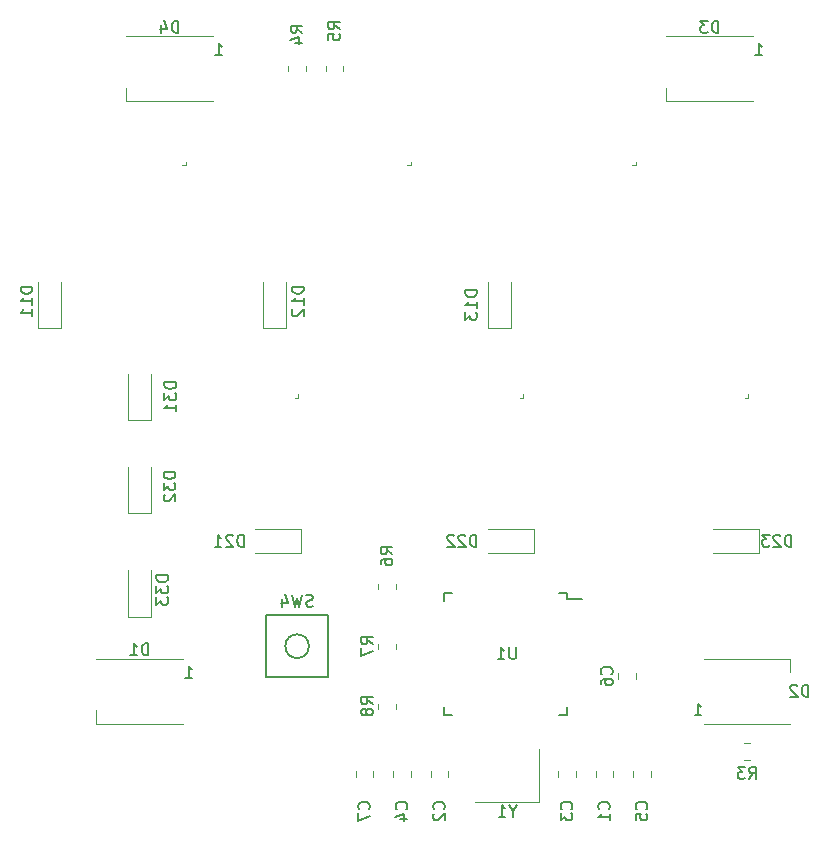
<source format=gbr>
%TF.GenerationSoftware,KiCad,Pcbnew,(6.0.5)*%
%TF.CreationDate,2022-06-05T05:51:03+07:00*%
%TF.ProjectId,atelier-alter,6174656c-6965-4722-9d61-6c7465722e6b,rev?*%
%TF.SameCoordinates,Original*%
%TF.FileFunction,Legend,Bot*%
%TF.FilePolarity,Positive*%
%FSLAX46Y46*%
G04 Gerber Fmt 4.6, Leading zero omitted, Abs format (unit mm)*
G04 Created by KiCad (PCBNEW (6.0.5)) date 2022-06-05 05:51:03*
%MOMM*%
%LPD*%
G01*
G04 APERTURE LIST*
%ADD10C,0.150000*%
%ADD11C,0.120000*%
G04 APERTURE END LIST*
D10*
%TO.C,D1*%
X132818095Y-118872380D02*
X132818095Y-117872380D01*
X132580000Y-117872380D01*
X132437142Y-117920000D01*
X132341904Y-118015238D01*
X132294285Y-118110476D01*
X132246666Y-118300952D01*
X132246666Y-118443809D01*
X132294285Y-118634285D01*
X132341904Y-118729523D01*
X132437142Y-118824761D01*
X132580000Y-118872380D01*
X132818095Y-118872380D01*
X131294285Y-118872380D02*
X131865714Y-118872380D01*
X131580000Y-118872380D02*
X131580000Y-117872380D01*
X131675238Y-118015238D01*
X131770476Y-118110476D01*
X131865714Y-118158095D01*
X135944285Y-120772380D02*
X136515714Y-120772380D01*
X136230000Y-120772380D02*
X136230000Y-119772380D01*
X136325238Y-119915238D01*
X136420476Y-120010476D01*
X136515714Y-120058095D01*
%TO.C,R8*%
X151837380Y-123023333D02*
X151361190Y-122690000D01*
X151837380Y-122451904D02*
X150837380Y-122451904D01*
X150837380Y-122832857D01*
X150885000Y-122928095D01*
X150932619Y-122975714D01*
X151027857Y-123023333D01*
X151170714Y-123023333D01*
X151265952Y-122975714D01*
X151313571Y-122928095D01*
X151361190Y-122832857D01*
X151361190Y-122451904D01*
X151265952Y-123594761D02*
X151218333Y-123499523D01*
X151170714Y-123451904D01*
X151075476Y-123404285D01*
X151027857Y-123404285D01*
X150932619Y-123451904D01*
X150885000Y-123499523D01*
X150837380Y-123594761D01*
X150837380Y-123785238D01*
X150885000Y-123880476D01*
X150932619Y-123928095D01*
X151027857Y-123975714D01*
X151075476Y-123975714D01*
X151170714Y-123928095D01*
X151218333Y-123880476D01*
X151265952Y-123785238D01*
X151265952Y-123594761D01*
X151313571Y-123499523D01*
X151361190Y-123451904D01*
X151456428Y-123404285D01*
X151646904Y-123404285D01*
X151742142Y-123451904D01*
X151789761Y-123499523D01*
X151837380Y-123594761D01*
X151837380Y-123785238D01*
X151789761Y-123880476D01*
X151742142Y-123928095D01*
X151646904Y-123975714D01*
X151456428Y-123975714D01*
X151361190Y-123928095D01*
X151313571Y-123880476D01*
X151265952Y-123785238D01*
%TO.C,R7*%
X151837380Y-117943333D02*
X151361190Y-117610000D01*
X151837380Y-117371904D02*
X150837380Y-117371904D01*
X150837380Y-117752857D01*
X150885000Y-117848095D01*
X150932619Y-117895714D01*
X151027857Y-117943333D01*
X151170714Y-117943333D01*
X151265952Y-117895714D01*
X151313571Y-117848095D01*
X151361190Y-117752857D01*
X151361190Y-117371904D01*
X150837380Y-118276666D02*
X150837380Y-118943333D01*
X151837380Y-118514761D01*
%TO.C,D2*%
X188698095Y-122372380D02*
X188698095Y-121372380D01*
X188460000Y-121372380D01*
X188317142Y-121420000D01*
X188221904Y-121515238D01*
X188174285Y-121610476D01*
X188126666Y-121800952D01*
X188126666Y-121943809D01*
X188174285Y-122134285D01*
X188221904Y-122229523D01*
X188317142Y-122324761D01*
X188460000Y-122372380D01*
X188698095Y-122372380D01*
X187745714Y-121467619D02*
X187698095Y-121420000D01*
X187602857Y-121372380D01*
X187364761Y-121372380D01*
X187269523Y-121420000D01*
X187221904Y-121467619D01*
X187174285Y-121562857D01*
X187174285Y-121658095D01*
X187221904Y-121800952D01*
X187793333Y-122372380D01*
X187174285Y-122372380D01*
X179079285Y-123972380D02*
X179650714Y-123972380D01*
X179365000Y-123972380D02*
X179365000Y-122972380D01*
X179460238Y-123115238D01*
X179555476Y-123210476D01*
X179650714Y-123258095D01*
%TO.C,U1*%
X163956904Y-118197380D02*
X163956904Y-119006904D01*
X163909285Y-119102142D01*
X163861666Y-119149761D01*
X163766428Y-119197380D01*
X163575952Y-119197380D01*
X163480714Y-119149761D01*
X163433095Y-119102142D01*
X163385476Y-119006904D01*
X163385476Y-118197380D01*
X162385476Y-119197380D02*
X162956904Y-119197380D01*
X162671190Y-119197380D02*
X162671190Y-118197380D01*
X162766428Y-118340238D01*
X162861666Y-118435476D01*
X162956904Y-118483095D01*
%TO.C,C7*%
X151487142Y-131913333D02*
X151534761Y-131865714D01*
X151582380Y-131722857D01*
X151582380Y-131627619D01*
X151534761Y-131484761D01*
X151439523Y-131389523D01*
X151344285Y-131341904D01*
X151153809Y-131294285D01*
X151010952Y-131294285D01*
X150820476Y-131341904D01*
X150725238Y-131389523D01*
X150630000Y-131484761D01*
X150582380Y-131627619D01*
X150582380Y-131722857D01*
X150630000Y-131865714D01*
X150677619Y-131913333D01*
X150582380Y-132246666D02*
X150582380Y-132913333D01*
X151582380Y-132484761D01*
%TO.C,R4*%
X145867380Y-66150833D02*
X145391190Y-65817500D01*
X145867380Y-65579404D02*
X144867380Y-65579404D01*
X144867380Y-65960357D01*
X144915000Y-66055595D01*
X144962619Y-66103214D01*
X145057857Y-66150833D01*
X145200714Y-66150833D01*
X145295952Y-66103214D01*
X145343571Y-66055595D01*
X145391190Y-65960357D01*
X145391190Y-65579404D01*
X145200714Y-67007976D02*
X145867380Y-67007976D01*
X144819761Y-66769880D02*
X145534047Y-66531785D01*
X145534047Y-67150833D01*
%TO.C,D33*%
X134498525Y-112110687D02*
X133498525Y-112110687D01*
X133498525Y-112348782D01*
X133546145Y-112491639D01*
X133641383Y-112586877D01*
X133736621Y-112634496D01*
X133927097Y-112682115D01*
X134069954Y-112682115D01*
X134260430Y-112634496D01*
X134355668Y-112586877D01*
X134450906Y-112491639D01*
X134498525Y-112348782D01*
X134498525Y-112110687D01*
X133498525Y-113015449D02*
X133498525Y-113634496D01*
X133879478Y-113301163D01*
X133879478Y-113444020D01*
X133927097Y-113539258D01*
X133974716Y-113586877D01*
X134069954Y-113634496D01*
X134308049Y-113634496D01*
X134403287Y-113586877D01*
X134450906Y-113539258D01*
X134498525Y-113444020D01*
X134498525Y-113158306D01*
X134450906Y-113063068D01*
X134403287Y-113015449D01*
X133498525Y-113967830D02*
X133498525Y-114586877D01*
X133879478Y-114253544D01*
X133879478Y-114396401D01*
X133927097Y-114491639D01*
X133974716Y-114539258D01*
X134069954Y-114586877D01*
X134308049Y-114586877D01*
X134403287Y-114539258D01*
X134450906Y-114491639D01*
X134498525Y-114396401D01*
X134498525Y-114110687D01*
X134450906Y-114015449D01*
X134403287Y-113967830D01*
%TO.C,D4*%
X135358095Y-66167380D02*
X135358095Y-65167380D01*
X135120000Y-65167380D01*
X134977142Y-65215000D01*
X134881904Y-65310238D01*
X134834285Y-65405476D01*
X134786666Y-65595952D01*
X134786666Y-65738809D01*
X134834285Y-65929285D01*
X134881904Y-66024523D01*
X134977142Y-66119761D01*
X135120000Y-66167380D01*
X135358095Y-66167380D01*
X133929523Y-65500714D02*
X133929523Y-66167380D01*
X134167619Y-65119761D02*
X134405714Y-65834047D01*
X133786666Y-65834047D01*
X138484285Y-68067380D02*
X139055714Y-68067380D01*
X138770000Y-68067380D02*
X138770000Y-67067380D01*
X138865238Y-67210238D01*
X138960476Y-67305476D01*
X139055714Y-67353095D01*
%TO.C,D13*%
X160631130Y-87985714D02*
X159631130Y-87985714D01*
X159631130Y-88223809D01*
X159678750Y-88366666D01*
X159773988Y-88461904D01*
X159869226Y-88509523D01*
X160059702Y-88557142D01*
X160202559Y-88557142D01*
X160393035Y-88509523D01*
X160488273Y-88461904D01*
X160583511Y-88366666D01*
X160631130Y-88223809D01*
X160631130Y-87985714D01*
X160631130Y-89509523D02*
X160631130Y-88938095D01*
X160631130Y-89223809D02*
X159631130Y-89223809D01*
X159773988Y-89128571D01*
X159869226Y-89033333D01*
X159916845Y-88938095D01*
X159631130Y-89842857D02*
X159631130Y-90461904D01*
X160012083Y-90128571D01*
X160012083Y-90271428D01*
X160059702Y-90366666D01*
X160107321Y-90414285D01*
X160202559Y-90461904D01*
X160440654Y-90461904D01*
X160535892Y-90414285D01*
X160583511Y-90366666D01*
X160631130Y-90271428D01*
X160631130Y-89985714D01*
X160583511Y-89890476D01*
X160535892Y-89842857D01*
%TO.C,C6*%
X172032142Y-120483333D02*
X172079761Y-120435714D01*
X172127380Y-120292857D01*
X172127380Y-120197619D01*
X172079761Y-120054761D01*
X171984523Y-119959523D01*
X171889285Y-119911904D01*
X171698809Y-119864285D01*
X171555952Y-119864285D01*
X171365476Y-119911904D01*
X171270238Y-119959523D01*
X171175000Y-120054761D01*
X171127380Y-120197619D01*
X171127380Y-120292857D01*
X171175000Y-120435714D01*
X171222619Y-120483333D01*
X171127380Y-121340476D02*
X171127380Y-121150000D01*
X171175000Y-121054761D01*
X171222619Y-121007142D01*
X171365476Y-120911904D01*
X171555952Y-120864285D01*
X171936904Y-120864285D01*
X172032142Y-120911904D01*
X172079761Y-120959523D01*
X172127380Y-121054761D01*
X172127380Y-121245238D01*
X172079761Y-121340476D01*
X172032142Y-121388095D01*
X171936904Y-121435714D01*
X171698809Y-121435714D01*
X171603571Y-121388095D01*
X171555952Y-121340476D01*
X171508333Y-121245238D01*
X171508333Y-121054761D01*
X171555952Y-120959523D01*
X171603571Y-120911904D01*
X171698809Y-120864285D01*
%TO.C,C5*%
X174982142Y-131913333D02*
X175029761Y-131865714D01*
X175077380Y-131722857D01*
X175077380Y-131627619D01*
X175029761Y-131484761D01*
X174934523Y-131389523D01*
X174839285Y-131341904D01*
X174648809Y-131294285D01*
X174505952Y-131294285D01*
X174315476Y-131341904D01*
X174220238Y-131389523D01*
X174125000Y-131484761D01*
X174077380Y-131627619D01*
X174077380Y-131722857D01*
X174125000Y-131865714D01*
X174172619Y-131913333D01*
X174077380Y-132818095D02*
X174077380Y-132341904D01*
X174553571Y-132294285D01*
X174505952Y-132341904D01*
X174458333Y-132437142D01*
X174458333Y-132675238D01*
X174505952Y-132770476D01*
X174553571Y-132818095D01*
X174648809Y-132865714D01*
X174886904Y-132865714D01*
X174982142Y-132818095D01*
X175029761Y-132770476D01*
X175077380Y-132675238D01*
X175077380Y-132437142D01*
X175029761Y-132341904D01*
X174982142Y-132294285D01*
%TO.C,D3*%
X181078095Y-66167380D02*
X181078095Y-65167380D01*
X180840000Y-65167380D01*
X180697142Y-65215000D01*
X180601904Y-65310238D01*
X180554285Y-65405476D01*
X180506666Y-65595952D01*
X180506666Y-65738809D01*
X180554285Y-65929285D01*
X180601904Y-66024523D01*
X180697142Y-66119761D01*
X180840000Y-66167380D01*
X181078095Y-66167380D01*
X180173333Y-65167380D02*
X179554285Y-65167380D01*
X179887619Y-65548333D01*
X179744761Y-65548333D01*
X179649523Y-65595952D01*
X179601904Y-65643571D01*
X179554285Y-65738809D01*
X179554285Y-65976904D01*
X179601904Y-66072142D01*
X179649523Y-66119761D01*
X179744761Y-66167380D01*
X180030476Y-66167380D01*
X180125714Y-66119761D01*
X180173333Y-66072142D01*
X184204285Y-68067380D02*
X184775714Y-68067380D01*
X184490000Y-68067380D02*
X184490000Y-67067380D01*
X184585238Y-67210238D01*
X184680476Y-67305476D01*
X184775714Y-67353095D01*
%TO.C,C4*%
X154662142Y-131913333D02*
X154709761Y-131865714D01*
X154757380Y-131722857D01*
X154757380Y-131627619D01*
X154709761Y-131484761D01*
X154614523Y-131389523D01*
X154519285Y-131341904D01*
X154328809Y-131294285D01*
X154185952Y-131294285D01*
X153995476Y-131341904D01*
X153900238Y-131389523D01*
X153805000Y-131484761D01*
X153757380Y-131627619D01*
X153757380Y-131722857D01*
X153805000Y-131865714D01*
X153852619Y-131913333D01*
X154090714Y-132770476D02*
X154757380Y-132770476D01*
X153709761Y-132532380D02*
X154424047Y-132294285D01*
X154424047Y-132913333D01*
%TO.C,D31*%
X135178839Y-95752529D02*
X134178839Y-95752529D01*
X134178839Y-95990624D01*
X134226459Y-96133481D01*
X134321697Y-96228719D01*
X134416935Y-96276338D01*
X134607411Y-96323957D01*
X134750268Y-96323957D01*
X134940744Y-96276338D01*
X135035982Y-96228719D01*
X135131220Y-96133481D01*
X135178839Y-95990624D01*
X135178839Y-95752529D01*
X134178839Y-96657291D02*
X134178839Y-97276338D01*
X134559792Y-96943005D01*
X134559792Y-97085862D01*
X134607411Y-97181100D01*
X134655030Y-97228719D01*
X134750268Y-97276338D01*
X134988363Y-97276338D01*
X135083601Y-97228719D01*
X135131220Y-97181100D01*
X135178839Y-97085862D01*
X135178839Y-96800148D01*
X135131220Y-96704910D01*
X135083601Y-96657291D01*
X135178839Y-98228719D02*
X135178839Y-97657291D01*
X135178839Y-97943005D02*
X134178839Y-97943005D01*
X134321697Y-97847767D01*
X134416935Y-97752529D01*
X134464554Y-97657291D01*
%TO.C,R6*%
X153487380Y-110323333D02*
X153011190Y-109990000D01*
X153487380Y-109751904D02*
X152487380Y-109751904D01*
X152487380Y-110132857D01*
X152535000Y-110228095D01*
X152582619Y-110275714D01*
X152677857Y-110323333D01*
X152820714Y-110323333D01*
X152915952Y-110275714D01*
X152963571Y-110228095D01*
X153011190Y-110132857D01*
X153011190Y-109751904D01*
X152487380Y-111180476D02*
X152487380Y-110990000D01*
X152535000Y-110894761D01*
X152582619Y-110847142D01*
X152725476Y-110751904D01*
X152915952Y-110704285D01*
X153296904Y-110704285D01*
X153392142Y-110751904D01*
X153439761Y-110799523D01*
X153487380Y-110894761D01*
X153487380Y-111085238D01*
X153439761Y-111180476D01*
X153392142Y-111228095D01*
X153296904Y-111275714D01*
X153058809Y-111275714D01*
X152963571Y-111228095D01*
X152915952Y-111180476D01*
X152868333Y-111085238D01*
X152868333Y-110894761D01*
X152915952Y-110799523D01*
X152963571Y-110751904D01*
X153058809Y-110704285D01*
%TO.C,D22*%
X160599285Y-109672380D02*
X160599285Y-108672380D01*
X160361190Y-108672380D01*
X160218333Y-108720000D01*
X160123095Y-108815238D01*
X160075476Y-108910476D01*
X160027857Y-109100952D01*
X160027857Y-109243809D01*
X160075476Y-109434285D01*
X160123095Y-109529523D01*
X160218333Y-109624761D01*
X160361190Y-109672380D01*
X160599285Y-109672380D01*
X159646904Y-108767619D02*
X159599285Y-108720000D01*
X159504047Y-108672380D01*
X159265952Y-108672380D01*
X159170714Y-108720000D01*
X159123095Y-108767619D01*
X159075476Y-108862857D01*
X159075476Y-108958095D01*
X159123095Y-109100952D01*
X159694523Y-109672380D01*
X159075476Y-109672380D01*
X158694523Y-108767619D02*
X158646904Y-108720000D01*
X158551666Y-108672380D01*
X158313571Y-108672380D01*
X158218333Y-108720000D01*
X158170714Y-108767619D01*
X158123095Y-108862857D01*
X158123095Y-108958095D01*
X158170714Y-109100952D01*
X158742142Y-109672380D01*
X158123095Y-109672380D01*
%TO.C,D11*%
X123007380Y-87685714D02*
X122007380Y-87685714D01*
X122007380Y-87923809D01*
X122055000Y-88066666D01*
X122150238Y-88161904D01*
X122245476Y-88209523D01*
X122435952Y-88257142D01*
X122578809Y-88257142D01*
X122769285Y-88209523D01*
X122864523Y-88161904D01*
X122959761Y-88066666D01*
X123007380Y-87923809D01*
X123007380Y-87685714D01*
X123007380Y-89209523D02*
X123007380Y-88638095D01*
X123007380Y-88923809D02*
X122007380Y-88923809D01*
X122150238Y-88828571D01*
X122245476Y-88733333D01*
X122293095Y-88638095D01*
X123007380Y-90161904D02*
X123007380Y-89590476D01*
X123007380Y-89876190D02*
X122007380Y-89876190D01*
X122150238Y-89780952D01*
X122245476Y-89685714D01*
X122293095Y-89590476D01*
%TO.C,R5*%
X149042380Y-65873333D02*
X148566190Y-65540000D01*
X149042380Y-65301904D02*
X148042380Y-65301904D01*
X148042380Y-65682857D01*
X148090000Y-65778095D01*
X148137619Y-65825714D01*
X148232857Y-65873333D01*
X148375714Y-65873333D01*
X148470952Y-65825714D01*
X148518571Y-65778095D01*
X148566190Y-65682857D01*
X148566190Y-65301904D01*
X148042380Y-66778095D02*
X148042380Y-66301904D01*
X148518571Y-66254285D01*
X148470952Y-66301904D01*
X148423333Y-66397142D01*
X148423333Y-66635238D01*
X148470952Y-66730476D01*
X148518571Y-66778095D01*
X148613809Y-66825714D01*
X148851904Y-66825714D01*
X148947142Y-66778095D01*
X148994761Y-66730476D01*
X149042380Y-66635238D01*
X149042380Y-66397142D01*
X148994761Y-66301904D01*
X148947142Y-66254285D01*
%TO.C,C1*%
X171807142Y-131913333D02*
X171854761Y-131865714D01*
X171902380Y-131722857D01*
X171902380Y-131627619D01*
X171854761Y-131484761D01*
X171759523Y-131389523D01*
X171664285Y-131341904D01*
X171473809Y-131294285D01*
X171330952Y-131294285D01*
X171140476Y-131341904D01*
X171045238Y-131389523D01*
X170950000Y-131484761D01*
X170902380Y-131627619D01*
X170902380Y-131722857D01*
X170950000Y-131865714D01*
X170997619Y-131913333D01*
X171902380Y-132865714D02*
X171902380Y-132294285D01*
X171902380Y-132580000D02*
X170902380Y-132580000D01*
X171045238Y-132484761D01*
X171140476Y-132389523D01*
X171188095Y-132294285D01*
%TO.C,Y1*%
X163675090Y-132056190D02*
X163675090Y-132532380D01*
X164008423Y-131532380D02*
X163675090Y-132056190D01*
X163341757Y-131532380D01*
X162484614Y-132532380D02*
X163056042Y-132532380D01*
X162770328Y-132532380D02*
X162770328Y-131532380D01*
X162865566Y-131675238D01*
X162960804Y-131770476D01*
X163056042Y-131818095D01*
%TO.C,D23*%
X187269285Y-109672380D02*
X187269285Y-108672380D01*
X187031190Y-108672380D01*
X186888333Y-108720000D01*
X186793095Y-108815238D01*
X186745476Y-108910476D01*
X186697857Y-109100952D01*
X186697857Y-109243809D01*
X186745476Y-109434285D01*
X186793095Y-109529523D01*
X186888333Y-109624761D01*
X187031190Y-109672380D01*
X187269285Y-109672380D01*
X186316904Y-108767619D02*
X186269285Y-108720000D01*
X186174047Y-108672380D01*
X185935952Y-108672380D01*
X185840714Y-108720000D01*
X185793095Y-108767619D01*
X185745476Y-108862857D01*
X185745476Y-108958095D01*
X185793095Y-109100952D01*
X186364523Y-109672380D01*
X185745476Y-109672380D01*
X185412142Y-108672380D02*
X184793095Y-108672380D01*
X185126428Y-109053333D01*
X184983571Y-109053333D01*
X184888333Y-109100952D01*
X184840714Y-109148571D01*
X184793095Y-109243809D01*
X184793095Y-109481904D01*
X184840714Y-109577142D01*
X184888333Y-109624761D01*
X184983571Y-109672380D01*
X185269285Y-109672380D01*
X185364523Y-109624761D01*
X185412142Y-109577142D01*
%TO.C,D12*%
X145962380Y-87685714D02*
X144962380Y-87685714D01*
X144962380Y-87923809D01*
X145010000Y-88066666D01*
X145105238Y-88161904D01*
X145200476Y-88209523D01*
X145390952Y-88257142D01*
X145533809Y-88257142D01*
X145724285Y-88209523D01*
X145819523Y-88161904D01*
X145914761Y-88066666D01*
X145962380Y-87923809D01*
X145962380Y-87685714D01*
X145962380Y-89209523D02*
X145962380Y-88638095D01*
X145962380Y-88923809D02*
X144962380Y-88923809D01*
X145105238Y-88828571D01*
X145200476Y-88733333D01*
X145248095Y-88638095D01*
X145057619Y-89590476D02*
X145010000Y-89638095D01*
X144962380Y-89733333D01*
X144962380Y-89971428D01*
X145010000Y-90066666D01*
X145057619Y-90114285D01*
X145152857Y-90161904D01*
X145248095Y-90161904D01*
X145390952Y-90114285D01*
X145962380Y-89542857D01*
X145962380Y-90161904D01*
%TO.C,SW4*%
X146748333Y-114704761D02*
X146605476Y-114752380D01*
X146367380Y-114752380D01*
X146272142Y-114704761D01*
X146224523Y-114657142D01*
X146176904Y-114561904D01*
X146176904Y-114466666D01*
X146224523Y-114371428D01*
X146272142Y-114323809D01*
X146367380Y-114276190D01*
X146557857Y-114228571D01*
X146653095Y-114180952D01*
X146700714Y-114133333D01*
X146748333Y-114038095D01*
X146748333Y-113942857D01*
X146700714Y-113847619D01*
X146653095Y-113800000D01*
X146557857Y-113752380D01*
X146319761Y-113752380D01*
X146176904Y-113800000D01*
X145843571Y-113752380D02*
X145605476Y-114752380D01*
X145415000Y-114038095D01*
X145224523Y-114752380D01*
X144986428Y-113752380D01*
X144176904Y-114085714D02*
X144176904Y-114752380D01*
X144415000Y-113704761D02*
X144653095Y-114419047D01*
X144034047Y-114419047D01*
%TO.C,R3*%
X183681666Y-129357380D02*
X184015000Y-128881190D01*
X184253095Y-129357380D02*
X184253095Y-128357380D01*
X183872142Y-128357380D01*
X183776904Y-128405000D01*
X183729285Y-128452619D01*
X183681666Y-128547857D01*
X183681666Y-128690714D01*
X183729285Y-128785952D01*
X183776904Y-128833571D01*
X183872142Y-128881190D01*
X184253095Y-128881190D01*
X183348333Y-128357380D02*
X182729285Y-128357380D01*
X183062619Y-128738333D01*
X182919761Y-128738333D01*
X182824523Y-128785952D01*
X182776904Y-128833571D01*
X182729285Y-128928809D01*
X182729285Y-129166904D01*
X182776904Y-129262142D01*
X182824523Y-129309761D01*
X182919761Y-129357380D01*
X183205476Y-129357380D01*
X183300714Y-129309761D01*
X183348333Y-129262142D01*
%TO.C,D32*%
X135110868Y-103365190D02*
X134110868Y-103365190D01*
X134110868Y-103603285D01*
X134158488Y-103746142D01*
X134253726Y-103841380D01*
X134348964Y-103888999D01*
X134539440Y-103936618D01*
X134682297Y-103936618D01*
X134872773Y-103888999D01*
X134968011Y-103841380D01*
X135063249Y-103746142D01*
X135110868Y-103603285D01*
X135110868Y-103365190D01*
X134110868Y-104269952D02*
X134110868Y-104888999D01*
X134491821Y-104555666D01*
X134491821Y-104698523D01*
X134539440Y-104793761D01*
X134587059Y-104841380D01*
X134682297Y-104888999D01*
X134920392Y-104888999D01*
X135015630Y-104841380D01*
X135063249Y-104793761D01*
X135110868Y-104698523D01*
X135110868Y-104412809D01*
X135063249Y-104317571D01*
X135015630Y-104269952D01*
X134206107Y-105269952D02*
X134158488Y-105317571D01*
X134110868Y-105412809D01*
X134110868Y-105650904D01*
X134158488Y-105746142D01*
X134206107Y-105793761D01*
X134301345Y-105841380D01*
X134396583Y-105841380D01*
X134539440Y-105793761D01*
X135110868Y-105222333D01*
X135110868Y-105841380D01*
%TO.C,C2*%
X157837142Y-131913333D02*
X157884761Y-131865714D01*
X157932380Y-131722857D01*
X157932380Y-131627619D01*
X157884761Y-131484761D01*
X157789523Y-131389523D01*
X157694285Y-131341904D01*
X157503809Y-131294285D01*
X157360952Y-131294285D01*
X157170476Y-131341904D01*
X157075238Y-131389523D01*
X156980000Y-131484761D01*
X156932380Y-131627619D01*
X156932380Y-131722857D01*
X156980000Y-131865714D01*
X157027619Y-131913333D01*
X157027619Y-132294285D02*
X156980000Y-132341904D01*
X156932380Y-132437142D01*
X156932380Y-132675238D01*
X156980000Y-132770476D01*
X157027619Y-132818095D01*
X157122857Y-132865714D01*
X157218095Y-132865714D01*
X157360952Y-132818095D01*
X157932380Y-132246666D01*
X157932380Y-132865714D01*
%TO.C,C3*%
X168632142Y-131913333D02*
X168679761Y-131865714D01*
X168727380Y-131722857D01*
X168727380Y-131627619D01*
X168679761Y-131484761D01*
X168584523Y-131389523D01*
X168489285Y-131341904D01*
X168298809Y-131294285D01*
X168155952Y-131294285D01*
X167965476Y-131341904D01*
X167870238Y-131389523D01*
X167775000Y-131484761D01*
X167727380Y-131627619D01*
X167727380Y-131722857D01*
X167775000Y-131865714D01*
X167822619Y-131913333D01*
X167727380Y-132246666D02*
X167727380Y-132865714D01*
X168108333Y-132532380D01*
X168108333Y-132675238D01*
X168155952Y-132770476D01*
X168203571Y-132818095D01*
X168298809Y-132865714D01*
X168536904Y-132865714D01*
X168632142Y-132818095D01*
X168679761Y-132770476D01*
X168727380Y-132675238D01*
X168727380Y-132389523D01*
X168679761Y-132294285D01*
X168632142Y-132246666D01*
%TO.C,D21*%
X140914285Y-109672380D02*
X140914285Y-108672380D01*
X140676190Y-108672380D01*
X140533333Y-108720000D01*
X140438095Y-108815238D01*
X140390476Y-108910476D01*
X140342857Y-109100952D01*
X140342857Y-109243809D01*
X140390476Y-109434285D01*
X140438095Y-109529523D01*
X140533333Y-109624761D01*
X140676190Y-109672380D01*
X140914285Y-109672380D01*
X139961904Y-108767619D02*
X139914285Y-108720000D01*
X139819047Y-108672380D01*
X139580952Y-108672380D01*
X139485714Y-108720000D01*
X139438095Y-108767619D01*
X139390476Y-108862857D01*
X139390476Y-108958095D01*
X139438095Y-109100952D01*
X140009523Y-109672380D01*
X139390476Y-109672380D01*
X138438095Y-109672380D02*
X139009523Y-109672380D01*
X138723809Y-109672380D02*
X138723809Y-108672380D01*
X138819047Y-108815238D01*
X138914285Y-108910476D01*
X139009523Y-108958095D01*
D11*
%TO.C,D1*%
X135730000Y-119170000D02*
X128430000Y-119170000D01*
X135730000Y-124670000D02*
X128430000Y-124670000D01*
X128430000Y-124670000D02*
X128430000Y-123520000D01*
%TO.C,R8*%
X152300000Y-122962936D02*
X152300000Y-123417064D01*
X153770000Y-122962936D02*
X153770000Y-123417064D01*
%TO.C,R7*%
X152300000Y-117882936D02*
X152300000Y-118337064D01*
X153770000Y-117882936D02*
X153770000Y-118337064D01*
%TO.C,MX6*%
X183310000Y-97080000D02*
X183610000Y-97080000D01*
X183610000Y-97080000D02*
X183610000Y-96780000D01*
%TO.C,MX5*%
X164560000Y-97080000D02*
X164560000Y-96780000D01*
X164260000Y-97080000D02*
X164560000Y-97080000D01*
%TO.C,MX4*%
X145210000Y-97080000D02*
X145510000Y-97080000D01*
X145510000Y-97080000D02*
X145510000Y-96780000D01*
%TO.C,MX3*%
X174085000Y-77395000D02*
X174085000Y-77095000D01*
X173785000Y-77395000D02*
X174085000Y-77395000D01*
%TO.C,MX1*%
X135685000Y-77395000D02*
X135985000Y-77395000D01*
X135985000Y-77395000D02*
X135985000Y-77095000D01*
%TO.C,MX2*%
X154735000Y-77395000D02*
X155035000Y-77395000D01*
X155035000Y-77395000D02*
X155035000Y-77095000D01*
%TO.C,D2*%
X179865000Y-119170000D02*
X187165000Y-119170000D01*
X187165000Y-119170000D02*
X187165000Y-120320000D01*
X179865000Y-124670000D02*
X187165000Y-124670000D01*
D10*
%TO.C,U1*%
X157886400Y-113570000D02*
X158561400Y-113570000D01*
X168236400Y-113570000D02*
X167561400Y-113570000D01*
X168236400Y-123920000D02*
X167561400Y-123920000D01*
X157886400Y-123920000D02*
X157886400Y-123245000D01*
X168236400Y-113570000D02*
X168236400Y-114145000D01*
X168236400Y-123920000D02*
X168236400Y-123245000D01*
X157886400Y-113570000D02*
X157886400Y-114245000D01*
X168236400Y-114145000D02*
X169511400Y-114145000D01*
X157886400Y-123920000D02*
X158561400Y-123920000D01*
D11*
%TO.C,C7*%
X151865000Y-128643748D02*
X151865000Y-129166252D01*
X150395000Y-128643748D02*
X150395000Y-129166252D01*
%TO.C,R4*%
X146150000Y-68987936D02*
X146150000Y-69442064D01*
X144680000Y-68987936D02*
X144680000Y-69442064D01*
%TO.C,D33*%
X133079900Y-115597500D02*
X131079900Y-115597500D01*
X131079900Y-115597500D02*
X131079900Y-111697500D01*
X133079900Y-115597500D02*
X133079900Y-111697500D01*
%TO.C,D4*%
X138270000Y-71965000D02*
X130970000Y-71965000D01*
X138270000Y-66465000D02*
X130970000Y-66465000D01*
X130970000Y-71965000D02*
X130970000Y-70815000D01*
%TO.C,D13*%
X161560000Y-91150000D02*
X161560000Y-87250000D01*
X163560000Y-91150000D02*
X163560000Y-87250000D01*
X163560000Y-91150000D02*
X161560000Y-91150000D01*
%TO.C,C6*%
X172620000Y-120388748D02*
X172620000Y-120911252D01*
X174090000Y-120388748D02*
X174090000Y-120911252D01*
%TO.C,C5*%
X175360000Y-129166252D02*
X175360000Y-128643748D01*
X173890000Y-129166252D02*
X173890000Y-128643748D01*
%TO.C,D3*%
X183990000Y-71965000D02*
X176690000Y-71965000D01*
X176690000Y-71965000D02*
X176690000Y-70815000D01*
X183990000Y-66465000D02*
X176690000Y-66465000D01*
%TO.C,C4*%
X153570000Y-128643748D02*
X153570000Y-129166252D01*
X155040000Y-128643748D02*
X155040000Y-129166252D01*
%TO.C,D31*%
X133079900Y-98928700D02*
X133079900Y-95028700D01*
X133079900Y-98928700D02*
X131079900Y-98928700D01*
X131079900Y-98928700D02*
X131079900Y-95028700D01*
%TO.C,R6*%
X153770000Y-113257064D02*
X153770000Y-112802936D01*
X152300000Y-113257064D02*
X152300000Y-112802936D01*
%TO.C,D22*%
X165445000Y-108220000D02*
X165445000Y-110220000D01*
X165445000Y-110220000D02*
X161545000Y-110220000D01*
X165445000Y-108220000D02*
X161545000Y-108220000D01*
%TO.C,D11*%
X123460000Y-91150000D02*
X123460000Y-87250000D01*
X125460000Y-91150000D02*
X123460000Y-91150000D01*
X125460000Y-91150000D02*
X125460000Y-87250000D01*
%TO.C,R5*%
X149325000Y-68987936D02*
X149325000Y-69442064D01*
X147855000Y-68987936D02*
X147855000Y-69442064D01*
%TO.C,C1*%
X170715000Y-129166252D02*
X170715000Y-128643748D01*
X172185000Y-129166252D02*
X172185000Y-128643748D01*
%TO.C,Y1*%
X165898900Y-126775000D02*
X165898900Y-131275000D01*
X165898900Y-131275000D02*
X160498900Y-131275000D01*
%TO.C,D23*%
X184495000Y-108220000D02*
X180595000Y-108220000D01*
X184495000Y-110220000D02*
X180595000Y-110220000D01*
X184495000Y-108220000D02*
X184495000Y-110220000D01*
%TO.C,D12*%
X144510000Y-91150000D02*
X142510000Y-91150000D01*
X144510000Y-91150000D02*
X144510000Y-87250000D01*
X142510000Y-91150000D02*
X142510000Y-87250000D01*
D10*
%TO.C,SW4*%
X148015000Y-115510000D02*
X142815000Y-115510000D01*
X142815000Y-120710000D02*
X148015000Y-120710000D01*
X142815000Y-115510000D02*
X142815000Y-120710000D01*
X148015000Y-120710000D02*
X148015000Y-115510000D01*
X146415000Y-118110000D02*
G75*
G03*
X146415000Y-118110000I-1000000J0D01*
G01*
D11*
%TO.C,R3*%
X183742064Y-126265000D02*
X183287936Y-126265000D01*
X183742064Y-127735000D02*
X183287936Y-127735000D01*
%TO.C,D32*%
X131079900Y-106866200D02*
X131079900Y-102966200D01*
X133079900Y-106866200D02*
X131079900Y-106866200D01*
X133079900Y-106866200D02*
X133079900Y-102966200D01*
%TO.C,C2*%
X158215000Y-129166252D02*
X158215000Y-128643748D01*
X156745000Y-129166252D02*
X156745000Y-128643748D01*
%TO.C,C3*%
X167540000Y-128643748D02*
X167540000Y-129166252D01*
X169010000Y-128643748D02*
X169010000Y-129166252D01*
%TO.C,D21*%
X145760000Y-110220000D02*
X141860000Y-110220000D01*
X145760000Y-108220000D02*
X145760000Y-110220000D01*
X145760000Y-108220000D02*
X141860000Y-108220000D01*
%TD*%
M02*

</source>
